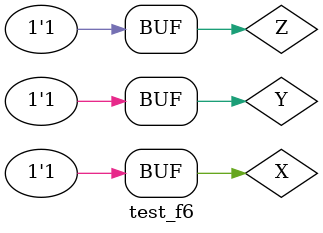
<source format=v>

module f6a ( output s, input X, input Y, input Z );
    // descrever por expressao
    assign s = (~Y | Z) & (~Y | ~Z);

endmodule // f6a

module test_f6;
// ------------------------- definir dados
    reg X;
    reg Y;
    reg Z;
    wire s;
    
    f6a moduloA (s, X, Y, Z); 

// ------------------------- parte principal
   initial
   begin : main
    $display("Guia_0602 - Rayssa Mell de Souza Silva - 860210");
    $display("Test module");
    $display("   X    Y    Z    s");
    // projetar testes do modulo
    $monitor("%4b %4b %4b %4b", X, Y, Z, s);
       X = 1'b0; Y = 1'b0; Z = 1'b0; 
    #1 X = 1'b0; Y = 1'b0; Z = 1'b1;
    #1 X = 1'b0; Y = 1'b1; Z = 1'b0;
    #1 X = 1'b0; Y = 1'b1; Z = 1'b1;
    #1 X = 1'b1; Y = 1'b0; Z = 1'b0;
    #1 X = 1'b1; Y = 1'b0; Z = 1'b1;
    #1 X = 1'b1; Y = 1'b1; Z = 1'b0;
    #1 X = 1'b1; Y = 1'b1; Z = 1'b1;
end
endmodule // test_f6

/* Registro de Resultado 

a) F (X,Y,Z) = π M ( 1, 5, 7 ) => assign s =  (Y | ~Z) & (~X | ~Z);
Tabela Verdade: X    Y    Z    s
                0    0    0    1
                0    0    1    0
                0    1    0    1
                0    1    1    1
                1    0    0    1
                1    0    1    0
                1    1    0    1
                1    1    1    0

b) F (X,Y,Z) = π M ( 0, 4, 6 )
Tabela Verdade: X    Y    Z    s
                0    0    0    0
                0    0    1    1
                0    1    0    1
                0    1    1    1
                1    0    0    0
                1    0    1    1
                1    1    0    0
                1    1    1    1

c) F (X,Y,Z) = π M ( 1, 2, 3, 5 ) =>  assign s = (X | ~Y) & (Y | ~Z) ;
Tabela Verdade: X    Y    Z    s
                0    0    0    1
                0    0    1    0
                0    1    0    0
                0    1    1    0
                1    0    0    1
                1    0    1    0
                1    1    0    1
                1    1    1    1

d) F (X,Y,Z) = π M ( 0, 3, 4, 7 ) =>  assign s = (Y | Z) &  (~Y | ~Z);
Tabela Verdade: X    Y    Z    s
                0    0    0    0
                0    0    1    1
                0    1    0    1
                0    1    1    0
                1    0    0    0
                1    0    1    1
                1    1    0    1
                1    1    1    0

e) F (X,Y,Z) = π M ( 2, 3, 6, 7 ) => assign s = (~Y | Z) & (~Y | ~Z);
Tabela Verdade: X    Y    Z    s
                0    0    0    1
                0    0    1    1
                0    1    0    0
                0    1    1    0
                1    0    0    1
                1    0    1    1
                1    1    0    0
                1    1    1    0
*/
</source>
